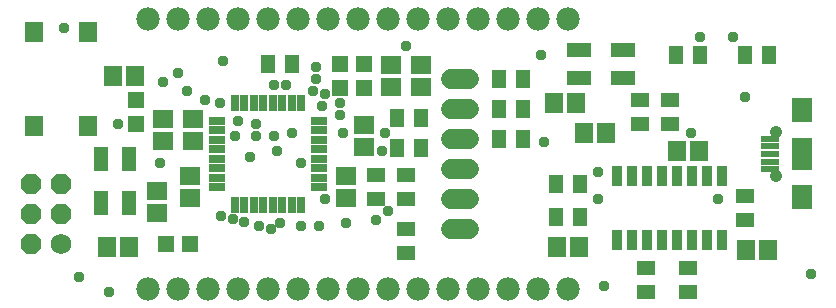
<source format=gbr>
G04 EAGLE Gerber RS-274X export*
G75*
%MOMM*%
%FSLAX34Y34*%
%LPD*%
%INSoldermask Top*%
%IPPOS*%
%AMOC8*
5,1,8,0,0,1.08239X$1,22.5*%
G01*
%ADD10R,1.703200X1.503200*%
%ADD11R,1.503200X1.703200*%
%ADD12C,1.981200*%
%ADD13C,1.727200*%
%ADD14P,1.869504X8X112.500000*%
%ADD15R,1.603200X0.603200*%
%ADD16C,1.053200*%
%ADD17R,1.700000X2.000000*%
%ADD18R,1.700000X2.700000*%
%ADD19C,1.727200*%
%ADD20R,1.303200X1.603200*%
%ADD21R,1.603200X1.303200*%
%ADD22R,1.503200X1.753200*%
%ADD23R,1.473200X0.762000*%
%ADD24R,0.762000X1.473200*%
%ADD25R,0.838200X1.727200*%
%ADD26R,1.303200X2.103200*%
%ADD27R,2.103200X1.303200*%
%ADD28R,1.403200X1.403200*%
%ADD29R,1.503200X1.803200*%
%ADD30R,1.803200X1.503200*%
%ADD31C,0.959600*%


D10*
X254000Y531520D03*
X254000Y550520D03*
X279400Y531520D03*
X279400Y550520D03*
X408940Y502260D03*
X408940Y483260D03*
X424180Y526440D03*
X424180Y545440D03*
X276860Y502260D03*
X276860Y483260D03*
X248920Y489560D03*
X248920Y470560D03*
D11*
X747420Y439420D03*
X766420Y439420D03*
X689000Y523240D03*
X708000Y523240D03*
X629260Y538480D03*
X610260Y538480D03*
X603860Y563880D03*
X584860Y563880D03*
X606400Y441960D03*
X587400Y441960D03*
D12*
X241300Y406400D03*
X266700Y406400D03*
X292100Y406400D03*
X317500Y406400D03*
X342900Y406400D03*
X368300Y406400D03*
X393700Y406400D03*
X419100Y406400D03*
X444500Y406400D03*
X469900Y406400D03*
X495300Y406400D03*
X520700Y406400D03*
X546100Y406400D03*
X571500Y406400D03*
X596900Y406400D03*
X241300Y635000D03*
X266700Y635000D03*
X292100Y635000D03*
X317500Y635000D03*
X342900Y635000D03*
X368300Y635000D03*
X393700Y635000D03*
X419100Y635000D03*
X444500Y635000D03*
X469900Y635000D03*
X495300Y635000D03*
X520700Y635000D03*
X546100Y635000D03*
X571500Y635000D03*
X596900Y635000D03*
D13*
X167640Y444500D03*
D14*
X167640Y469900D03*
X167640Y495300D03*
X142240Y444500D03*
X142240Y469900D03*
X142240Y495300D03*
D15*
X768020Y520700D03*
X768020Y514200D03*
X768020Y507700D03*
X768020Y527200D03*
X768020Y533700D03*
D16*
X773020Y501700D03*
X773020Y539700D03*
D17*
X795020Y483860D03*
X795020Y557540D03*
D18*
X795020Y520700D03*
D19*
X513080Y457200D02*
X497840Y457200D01*
X497840Y482600D02*
X513080Y482600D01*
X513080Y508000D02*
X497840Y508000D01*
X497840Y533400D02*
X513080Y533400D01*
X513080Y558800D02*
X497840Y558800D01*
X497840Y584200D02*
X513080Y584200D01*
D20*
X343060Y596900D03*
X363060Y596900D03*
X472280Y525780D03*
X452280Y525780D03*
X472280Y551180D03*
X452280Y551180D03*
D21*
X434340Y502760D03*
X434340Y482760D03*
X746760Y464980D03*
X746760Y484980D03*
D20*
X746920Y604520D03*
X766920Y604520D03*
X688500Y604520D03*
X708500Y604520D03*
D21*
X683260Y546260D03*
X683260Y566260D03*
X657860Y546260D03*
X657860Y566260D03*
D20*
X586900Y467360D03*
X606900Y467360D03*
X586900Y495300D03*
X606900Y495300D03*
D21*
X698500Y424020D03*
X698500Y404020D03*
X662940Y404020D03*
X662940Y424020D03*
X459740Y502760D03*
X459740Y482760D03*
D20*
X538640Y533400D03*
X558640Y533400D03*
X538640Y558800D03*
X558640Y558800D03*
X538640Y584200D03*
X558640Y584200D03*
D21*
X459740Y457040D03*
X459740Y437040D03*
D22*
X145140Y623950D03*
X145140Y544450D03*
X190140Y623950D03*
X190140Y544450D03*
D23*
X299974Y548700D03*
X299974Y540700D03*
X299974Y532700D03*
X299974Y524700D03*
X299974Y516700D03*
X299974Y508700D03*
X299974Y500700D03*
X299974Y492700D03*
D24*
X314900Y477774D03*
X322900Y477774D03*
X330900Y477774D03*
X338900Y477774D03*
X346900Y477774D03*
X354900Y477774D03*
X362900Y477774D03*
X370900Y477774D03*
D23*
X385826Y492700D03*
X385826Y500700D03*
X385826Y508700D03*
X385826Y516700D03*
X385826Y524700D03*
X385826Y532700D03*
X385826Y540700D03*
X385826Y548700D03*
D24*
X370900Y563626D03*
X362900Y563626D03*
X354900Y563626D03*
X346900Y563626D03*
X338900Y563626D03*
X330900Y563626D03*
X322900Y563626D03*
X314900Y563626D03*
D25*
X715010Y501930D03*
X689610Y448030D03*
X727710Y501930D03*
X702310Y501930D03*
X689610Y501930D03*
X702310Y448030D03*
X676910Y448030D03*
X664210Y448030D03*
X664210Y501930D03*
X638810Y448030D03*
X676910Y501930D03*
X651510Y501930D03*
X651510Y448030D03*
X638810Y501930D03*
X715010Y448030D03*
X727710Y448030D03*
D26*
X201860Y516340D03*
X224860Y479340D03*
X224860Y516340D03*
X201860Y479340D03*
D27*
X643340Y608400D03*
X606340Y585400D03*
X643340Y585400D03*
X606340Y608400D03*
D28*
X231140Y566760D03*
X231140Y545760D03*
D29*
X211480Y586740D03*
X230480Y586740D03*
D28*
X256200Y444500D03*
X277200Y444500D03*
D29*
X206400Y441960D03*
X225400Y441960D03*
D28*
X424520Y596900D03*
X403520Y596900D03*
D30*
X447040Y577240D03*
X447040Y596240D03*
D28*
X424520Y576580D03*
X403520Y576580D03*
D30*
X472440Y577240D03*
X472440Y596240D03*
D31*
X215900Y546100D03*
X403860Y563880D03*
X363220Y538480D03*
X304800Y599440D03*
X251460Y513080D03*
X314960Y535940D03*
X408940Y462280D03*
X406400Y538480D03*
X459740Y612140D03*
X327660Y518160D03*
X576580Y530860D03*
X622300Y482600D03*
X388620Y561340D03*
X802640Y419100D03*
X746760Y568960D03*
X701040Y538480D03*
X622300Y505460D03*
X574040Y604520D03*
X627380Y408940D03*
X170180Y627380D03*
X208280Y403860D03*
X182880Y416560D03*
X441960Y538480D03*
X403860Y553720D03*
X347980Y535940D03*
X332740Y535940D03*
X317500Y548640D03*
X254000Y581660D03*
X391160Y571500D03*
X381000Y574040D03*
X383540Y584200D03*
X347980Y579120D03*
X370840Y513080D03*
X332740Y546100D03*
X358140Y579120D03*
X383464Y594436D03*
X274320Y574040D03*
X289560Y566420D03*
X302260Y563880D03*
X303100Y468200D03*
X322990Y462690D03*
X335280Y459740D03*
X345440Y457200D03*
X353136Y462356D03*
X386080Y459740D03*
X370840Y459740D03*
X391160Y482600D03*
X439420Y523240D03*
X350520Y523240D03*
X266700Y589280D03*
X313260Y465660D03*
X434340Y464820D03*
X723900Y482600D03*
X444500Y472440D03*
X708660Y619760D03*
X736600Y619760D03*
M02*

</source>
